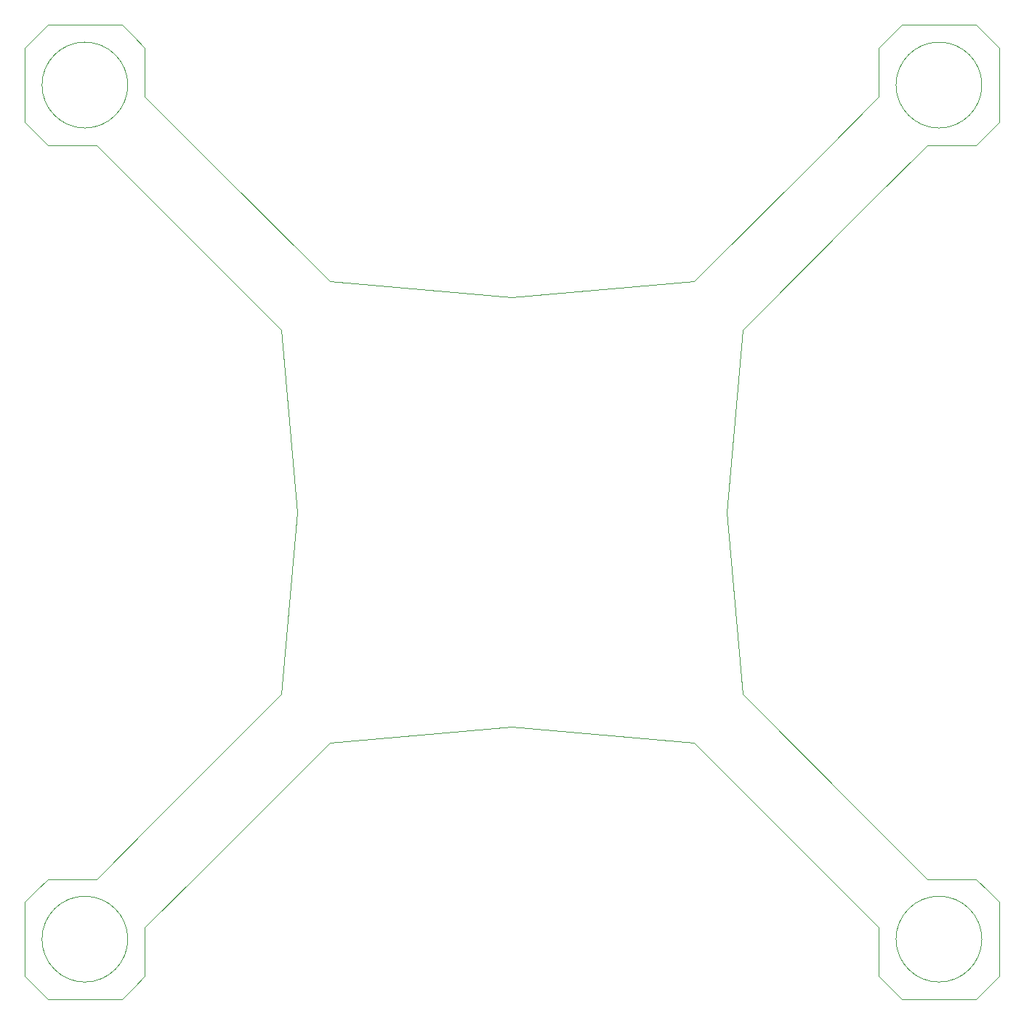
<source format=gbr>
G04 #@! TF.GenerationSoftware,KiCad,Pcbnew,(5.1.5-0-10_14)*
G04 #@! TF.CreationDate,2020-06-10T11:06:54+09:00*
G04 #@! TF.ProjectId,controller_system,636f6e74-726f-46c6-9c65-725f73797374,rev?*
G04 #@! TF.SameCoordinates,Original*
G04 #@! TF.FileFunction,Profile,NP*
%FSLAX46Y46*%
G04 Gerber Fmt 4.6, Leading zero omitted, Abs format (unit mm)*
G04 Created by KiCad (PCBNEW (5.1.5-0-10_14)) date 2020-06-10 11:06:54*
%MOMM*%
%LPD*%
G04 APERTURE LIST*
%ADD10C,0.100000*%
G04 APERTURE END LIST*
D10*
X121843145Y-141500000D02*
X115094408Y-148248737D01*
X205156854Y-141500000D02*
X211905591Y-148248737D01*
X205156854Y-69499999D02*
X211905591Y-62751262D01*
X121843145Y-69500000D02*
X115094408Y-62751262D01*
X120751262Y-153905591D02*
X127499999Y-147156854D01*
X206248737Y-153905591D02*
X199499999Y-147156854D01*
X206248737Y-57094408D02*
X199499999Y-63843145D01*
X120751262Y-57094408D02*
X127499999Y-63843145D01*
X138500000Y-105500000D02*
X136645441Y-126697704D01*
X163499999Y-130499999D02*
X142302295Y-132354558D01*
X188499999Y-105499999D02*
X190354558Y-126697704D01*
X163499999Y-130499999D02*
X184697704Y-132354558D01*
X163499999Y-80500000D02*
X184697704Y-78645441D01*
X188499999Y-105499999D02*
X190354558Y-84302295D01*
X163499999Y-80500000D02*
X142302295Y-78645441D01*
X138500000Y-105500000D02*
X136645441Y-84302295D01*
X218905591Y-160905591D02*
X220248737Y-159562445D01*
X218905591Y-160905591D02*
X217562445Y-162248737D01*
X108094408Y-160905591D02*
X109437554Y-162248737D01*
X108094408Y-160905591D02*
X106751262Y-159562445D01*
X218905591Y-50094408D02*
X217562445Y-48751262D01*
X218905591Y-50094408D02*
X220248737Y-51437554D01*
X108094408Y-50094408D02*
X106751262Y-51437554D01*
X108094408Y-50094408D02*
X109437554Y-48751262D01*
X109437554Y-148248737D02*
X115094408Y-148248737D01*
X120751262Y-159562445D02*
X120751262Y-153905591D01*
X206248737Y-159562445D02*
X206248737Y-153905591D01*
X217562445Y-148248737D02*
X211905591Y-148248737D01*
X217562445Y-62751262D02*
X211905591Y-62751262D01*
X206248737Y-51437554D02*
X206248737Y-57094408D01*
X120751262Y-51437554D02*
X120751262Y-57094408D01*
X109437554Y-62751262D02*
X115094408Y-62751262D01*
X206248737Y-159562445D02*
X207591883Y-160905591D01*
X217562445Y-148248737D02*
X218905591Y-149591883D01*
X218905591Y-149591883D02*
X220248737Y-150935028D01*
X108094408Y-149591883D02*
X106751262Y-150935028D01*
X109437554Y-148248737D02*
X108094408Y-149591883D01*
X120751262Y-159562445D02*
X119408116Y-160905591D01*
X119408116Y-160905591D02*
X118064971Y-162248737D01*
X207591883Y-160905591D02*
X208935028Y-162248737D01*
X218905591Y-61408116D02*
X220248737Y-60064971D01*
X217562445Y-62751262D02*
X218905591Y-61408116D01*
X206248737Y-51437554D02*
X207591883Y-50094408D01*
X207591883Y-50094408D02*
X208935028Y-48751262D01*
X119408116Y-50094408D02*
X118064971Y-48751262D01*
X120751262Y-51437554D02*
X119408116Y-50094408D01*
X109437554Y-62751262D02*
X108094408Y-61408116D01*
X108094408Y-61408116D02*
X106751262Y-60064971D01*
X218248737Y-155248737D02*
G75*
G03X218248737Y-155248737I-5000000J0D01*
G01*
X118751262Y-155248737D02*
G75*
G03X118751262Y-155248737I-5000000J0D01*
G01*
X218248737Y-55751262D02*
G75*
G03X218248737Y-55751262I-5000000J0D01*
G01*
X118751262Y-55751262D02*
G75*
G03X118751262Y-55751262I-5000000J0D01*
G01*
X208935028Y-162248737D02*
X217562445Y-162248737D01*
X220248737Y-150935028D02*
X220248737Y-159562445D01*
X106751262Y-150935028D02*
X106751262Y-159562445D01*
X118064971Y-162248737D02*
X109437554Y-162248737D01*
X208935028Y-48751262D02*
X217562445Y-48751262D01*
X220248737Y-60064971D02*
X220248737Y-51437554D01*
X118064971Y-48751262D02*
X109437554Y-48751262D01*
X106751262Y-60064971D02*
X106751262Y-51437554D01*
X121843145Y-141500000D02*
X136645441Y-126697704D01*
X127499999Y-147156854D02*
X142302295Y-132354558D01*
X199499999Y-147156854D02*
X184697704Y-132354558D01*
X205156854Y-141500000D02*
X190354558Y-126697704D01*
X205156854Y-69499999D02*
X190354558Y-84302295D01*
X199499999Y-63843145D02*
X184697704Y-78645441D01*
X127499999Y-63843145D02*
X142302295Y-78645441D01*
X121843145Y-69500000D02*
X136645441Y-84302295D01*
M02*

</source>
